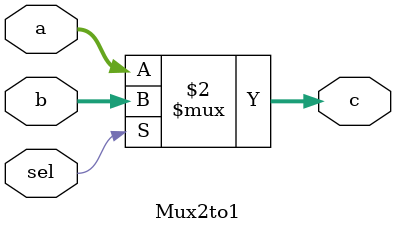
<source format=sv>
module Mux2to1(a, b, sel, c);
	parameter WIDTH = 4;	
	input [WIDTH-1:0] a, b;
	input sel;
	output [WIDTH-1:0] c;
	assign c = (sel==1) ? b : a;
endmodule

</source>
